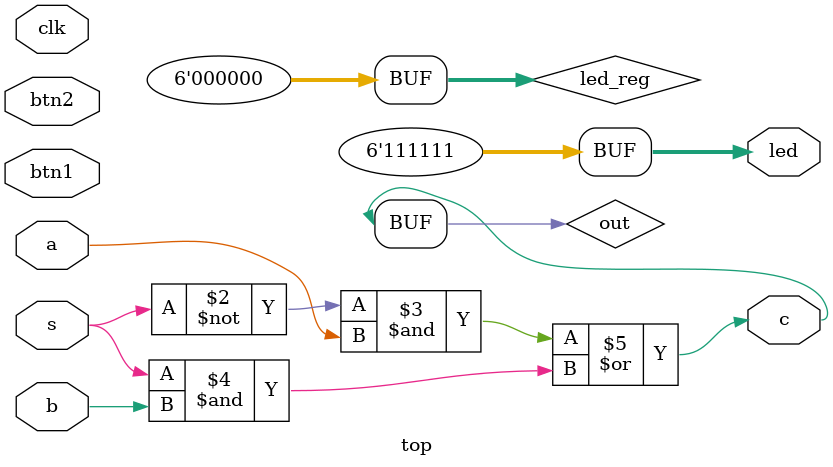
<source format=v>
module top (
    input clk,
    input btn1,
    input btn2,
    output [5:0]led,
    input a,
    input b,
    input s,
    output c
);


reg [5:0] led_reg = 0;
reg out;

always @( a or b or s ) begin
    out = (~s & a) | (s & b);
end
    
assign led = ~led_reg;
assign c = out;

endmodule

</source>
